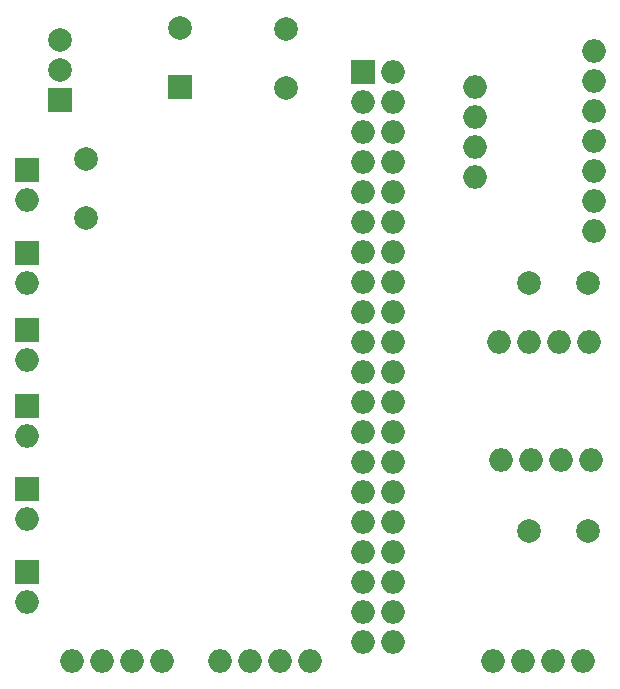
<source format=gbr>
%TF.GenerationSoftware,KiCad,Pcbnew,8.0.3*%
%TF.CreationDate,2024-12-13T09:54:43-03:00*%
%TF.ProjectId,eca,6563612e-6b69-4636-9164-5f7063625858,rev?*%
%TF.SameCoordinates,Original*%
%TF.FileFunction,Soldermask,Bot*%
%TF.FilePolarity,Negative*%
%FSLAX46Y46*%
G04 Gerber Fmt 4.6, Leading zero omitted, Abs format (unit mm)*
G04 Created by KiCad (PCBNEW 8.0.3) date 2024-12-13 09:54:43*
%MOMM*%
%LPD*%
G01*
G04 APERTURE LIST*
%ADD10O,2.000000X2.000000*%
%ADD11C,2.000000*%
%ADD12R,2.000000X2.000000*%
G04 APERTURE END LIST*
D10*
%TO.C,J4*%
X152800000Y-112000000D03*
X150260000Y-112000000D03*
X147720000Y-112000000D03*
X145180000Y-112000000D03*
%TD*%
D11*
%TO.C,C8*%
X127000000Y-80500000D03*
X127000000Y-75500000D03*
%TD*%
D12*
%TO.C,J1*%
X133460000Y-79140000D03*
D10*
X136000000Y-79140000D03*
X133460000Y-81680000D03*
X136000000Y-81680000D03*
X133460000Y-84220000D03*
X136000000Y-84220000D03*
X133460000Y-86760000D03*
X136000000Y-86760000D03*
X133460000Y-89300000D03*
X136000000Y-89300000D03*
X133460000Y-91840000D03*
X136000000Y-91840000D03*
X133460000Y-94380000D03*
X136000000Y-94380000D03*
X133460000Y-96920000D03*
X136000000Y-96920000D03*
X133460000Y-99460000D03*
X136000000Y-99460000D03*
X133460000Y-102000000D03*
X136000000Y-102000000D03*
X133460000Y-104540000D03*
X136000000Y-104540000D03*
X133460000Y-107080000D03*
X136000000Y-107080000D03*
X133460000Y-109620000D03*
X136000000Y-109620000D03*
X133460000Y-112160000D03*
X136000000Y-112160000D03*
X133460000Y-114700000D03*
X136000000Y-114700000D03*
X133460000Y-117240000D03*
X136000000Y-117240000D03*
X133460000Y-119780000D03*
X136000000Y-119780000D03*
X133460000Y-122320000D03*
X136000000Y-122320000D03*
X133460000Y-124860000D03*
X136000000Y-124860000D03*
X133460000Y-127400000D03*
X136000000Y-127400000D03*
%TD*%
D11*
%TO.C,C7*%
X152500000Y-118000000D03*
X147500000Y-118000000D03*
%TD*%
D12*
%TO.C,J15*%
X105000000Y-121460000D03*
D10*
X105000000Y-124000000D03*
%TD*%
%TO.C,J2*%
X143000000Y-80460000D03*
X143000000Y-83000000D03*
X143000000Y-85540000D03*
X143000000Y-88080000D03*
%TD*%
%TO.C,J9*%
X121380000Y-129000000D03*
X123920000Y-129000000D03*
X126460000Y-129000000D03*
X129000000Y-129000000D03*
%TD*%
D12*
%TO.C,J10*%
X105000000Y-87460000D03*
D10*
X105000000Y-90000000D03*
%TD*%
%TO.C,J8*%
X108840000Y-129000000D03*
X111380000Y-129000000D03*
X113920000Y-129000000D03*
X116460000Y-129000000D03*
%TD*%
D11*
%TO.C,C6*%
X152500000Y-97000000D03*
X147500000Y-97000000D03*
%TD*%
D12*
%TO.C,J12*%
X105000000Y-101000000D03*
D10*
X105000000Y-103540000D03*
%TD*%
%TO.C,J7*%
X152080000Y-129000000D03*
X149540000Y-129000000D03*
X147000000Y-129000000D03*
X144460000Y-129000000D03*
%TD*%
D11*
%TO.C,C2*%
X110000000Y-86500000D03*
X110000000Y-91500000D03*
%TD*%
D12*
%TO.C,J11*%
X105000000Y-107460000D03*
D10*
X105000000Y-110000000D03*
%TD*%
D12*
%TO.C,J6*%
X107850000Y-81545000D03*
D11*
X107850000Y-79005000D03*
X107850000Y-76465000D03*
%TD*%
D12*
%TO.C,J13*%
X105000000Y-94460000D03*
D10*
X105000000Y-97000000D03*
%TD*%
D12*
%TO.C,C1*%
X118000000Y-80402651D03*
D11*
X118000000Y-75402651D03*
%TD*%
D12*
%TO.C,J16*%
X105000000Y-114460000D03*
D10*
X105000000Y-117000000D03*
%TD*%
%TO.C,J5*%
X152620000Y-102000000D03*
X150080000Y-102000000D03*
X147540000Y-102000000D03*
X145000000Y-102000000D03*
%TD*%
%TO.C,J3*%
X153000000Y-77375000D03*
X153000000Y-79915000D03*
X153000000Y-82455000D03*
X153000000Y-84995000D03*
X153000000Y-87535000D03*
X153000000Y-90075000D03*
X153000000Y-92615000D03*
%TD*%
M02*

</source>
